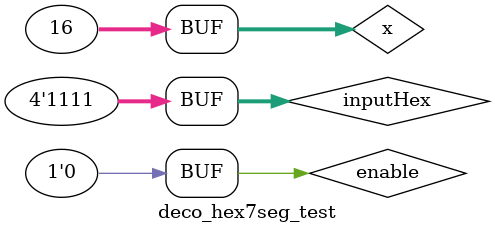
<source format=sv>
module deco_hex7seg_test();

	wire [6:0] display;
	reg [3:0] inputHex;
	reg enable;
	int x;

	hex7seg DUT(display, inputHex, enable);

	initial begin

		enable = 1; inputHex = 0;
		
		for (x=1; x<16; x=x+1)
			#10 inputHex = x;
		
		#10 enable = 0;
	end

endmodule

</source>
